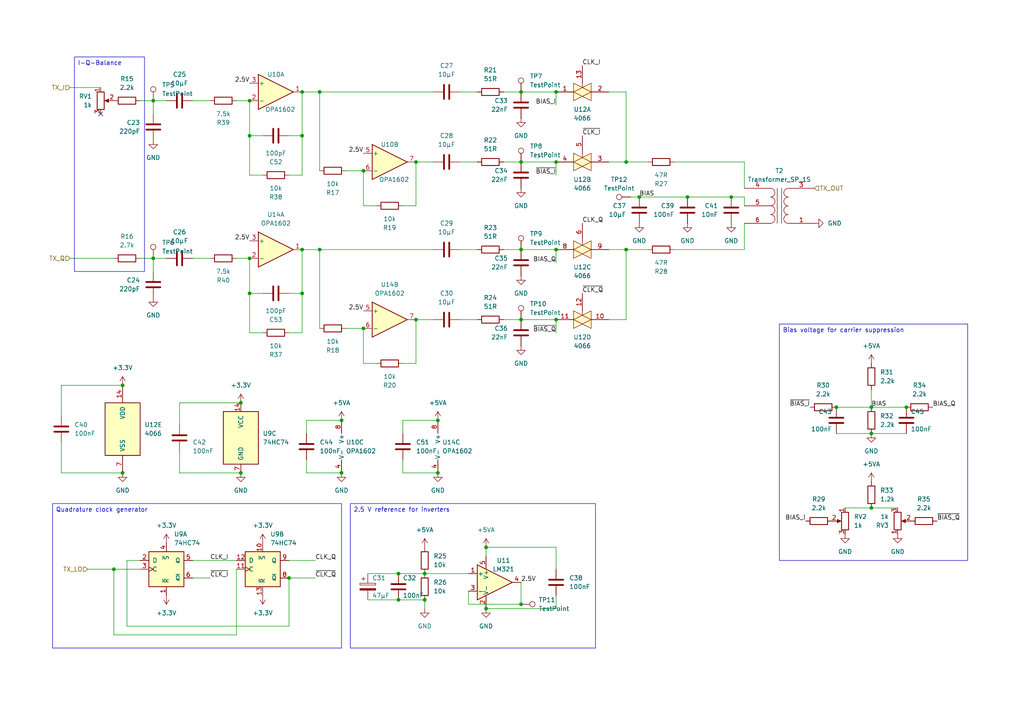
<source format=kicad_sch>
(kicad_sch (version 20231120) (generator "eeschema") (generator_version "8.0")
  (paper "A4")
  (lib_symbols
    (symbol "4xxx:4066" (pin_names (offset 1.016))
      (property "Reference" "U" (at -7.62 8.89 0))
      (property "Value" "4066" (at -7.62 -8.89 0))
      (symbol "4066_1_0"
        (polyline (pts (xy 0 1.27) (xy 0 2.54)) (stroke (width 0.1524)))
        (polyline (pts (xy -2.54 0) (xy 2.54 2.54) (xy 2.54 -2.54) (xy -2.54 0)) (fill (type background)))
        (polyline (pts (xy -2.54 2.54) (xy 2.54 0) (xy -2.54 -2.54) (xy -2.54 2.54)) (fill (type background)))
        (pin passive line (at -7.62 0 0) (length 5.08) (name "~") (number "1"))
        (pin input line (at 0 7.62 270) (length 5.08) (name "~") (number "13"))
        (pin passive line (at 7.62 0 180) (length 5.08) (name "~") (number "2"))
      )
      (symbol "4066_2_0"
        (polyline (pts (xy 0 1.27) (xy 0 2.54)) (stroke (width 0.1524)))
        (polyline (pts (xy -2.54 0) (xy 2.54 2.54) (xy 2.54 -2.54) (xy -2.54 0)) (fill (type background)))
        (polyline (pts (xy -2.54 2.54) (xy 2.54 0) (xy -2.54 -2.54) (xy -2.54 2.54)) (fill (type background)))
        (pin passive line (at 7.62 0 180) (length 5.08) (name "~") (number "3"))
        (pin passive line (at -7.62 0 0) (length 5.08) (name "~") (number "4"))
        (pin input line (at 0 7.62 270) (length 5.08) (name "~") (number "5"))
      )
      (symbol "4066_3_0"
        (polyline (pts (xy 0 1.27) (xy 0 2.54)) (stroke (width 0.1524)))
        (polyline (pts (xy -2.54 0) (xy 2.54 2.54) (xy 2.54 -2.54) (xy -2.54 0)) (fill (type background)))
        (polyline (pts (xy -2.54 2.54) (xy 2.54 0) (xy -2.54 -2.54) (xy -2.54 2.54)) (fill (type background)))
        (pin input line (at 0 7.62 270) (length 5.08) (name "~") (number "6"))
        (pin passive line (at -7.62 0 0) (length 5.08) (name "~") (number "8"))
        (pin passive line (at 7.62 0 180) (length 5.08) (name "~") (number "9"))
      )
      (symbol "4066_4_0"
        (polyline (pts (xy 0 1.27) (xy 0 2.54)) (stroke (width 0.1524)))
        (polyline (pts (xy -2.54 0) (xy 2.54 2.54) (xy 2.54 -2.54) (xy -2.54 0)) (fill (type background)))
        (polyline (pts (xy -2.54 2.54) (xy 2.54 0) (xy -2.54 -2.54) (xy -2.54 2.54)) (fill (type background)))
        (pin passive line (at 7.62 0 180) (length 5.08) (name "~") (number "10"))
        (pin passive line (at -7.62 0 0) (length 5.08) (name "~") (number "11"))
        (pin input line (at 0 7.62 270) (length 5.08) (name "~") (number "12"))
      )
      (symbol "4066_5_0"
        (pin power_in line (at 0 12.7 270) (length 5.08) (name "VDD") (number "14"))
        (pin power_in line (at 0 -12.7 90) (length 5.08) (name "VSS") (number "7"))
      )
      (symbol "4066_5_1"
        (rectangle (start -5.08 7.62) (end 5.08 -7.62) (stroke (width 0.254)) (fill (type background)))
      )
    )
    (symbol "74xx:74HC74" (pin_names (offset 1.016))
      (property "Reference" "U" (at -7.62 8.89 0))
      (property "Value" "74HC74" (at -7.62 -8.89 0))
      (symbol "74HC74_1_0"
        (pin input line (at 0 -7.62 90) (length 2.54) (name "~{R}") (number "1"))
        (pin input line (at -7.62 2.54 0) (length 2.54) (name "D") (number "2"))
        (pin input clock (at -7.62 0 0) (length 2.54) (name "C") (number "3"))
        (pin input line (at 0 7.62 270) (length 2.54) (name "~{S}") (number "4"))
        (pin output line (at 7.62 2.54 180) (length 2.54) (name "Q") (number "5"))
        (pin output line (at 7.62 -2.54 180) (length 2.54) (name "~{Q}") (number "6"))
      )
      (symbol "74HC74_1_1"
        (rectangle (start -5.08 5.08) (end 5.08 -5.08) (stroke (width 0.254)) (fill (type background)))
      )
      (symbol "74HC74_2_0"
        (pin input line (at 0 7.62 270) (length 2.54) (name "~{S}") (number "10"))
        (pin input clock (at -7.62 0 0) (length 2.54) (name "C") (number "11"))
        (pin input line (at -7.62 2.54 0) (length 2.54) (name "D") (number "12"))
        (pin input line (at 0 -7.62 90) (length 2.54) (name "~{R}") (number "13"))
        (pin output line (at 7.62 -2.54 180) (length 2.54) (name "~{Q}") (number "8"))
        (pin output line (at 7.62 2.54 180) (length 2.54) (name "Q") (number "9"))
      )
      (symbol "74HC74_2_1"
        (rectangle (start -5.08 5.08) (end 5.08 -5.08) (stroke (width 0.254)) (fill (type background)))
      )
      (symbol "74HC74_3_0"
        (pin power_in line (at 0 10.16 270) (length 2.54) (name "VCC") (number "14"))
        (pin power_in line (at 0 -10.16 90) (length 2.54) (name "GND") (number "7"))
      )
      (symbol "74HC74_3_1"
        (rectangle (start -5.08 7.62) (end 5.08 -7.62) (stroke (width 0.254)) (fill (type background)))
      )
    )
    (symbol "Amplifier_Operational:LM321" (pin_names (offset 0.127))
      (property "Reference" "U" (at 0 7.62 0))
      (property "Value" "LM321" (at 0 5.08 0))
      (symbol "LM321_0_1"
        (polyline (pts (xy -5.08 5.08) (xy 5.08 0) (xy -5.08 -5.08) (xy -5.08 5.08)) (stroke (width 0.254)) (fill (type background)))
      )
      (symbol "LM321_1_1"
        (pin input line (at -7.62 2.54 0) (length 2.54) (name "+") (number "1"))
        (pin power_in line (at -2.54 -7.62 90) (length 3.81) (name "V-") (number "2"))
        (pin input line (at -7.62 -2.54 0) (length 2.54) (name "-") (number "3"))
        (pin output line (at 7.62 0 180) (length 2.54) (name "~") (number "4"))
        (pin power_in line (at -2.54 7.62 270) (length 3.81) (name "V+") (number "5"))
      )
    )
    (symbol "Amplifier_Operational:OPA1602" (pin_names (offset 0.127))
      (property "Reference" "U" (at 0 5.08 0))
      (property "Value" "OPA1602" (at 0 -5.08 0))
      (symbol "OPA1602_1_1"
        (polyline (pts (xy -5.08 5.08) (xy 5.08 0) (xy -5.08 -5.08) (xy -5.08 5.08)) (stroke (width 0.254)) (fill (type background)))
        (pin output line (at 7.62 0 180) (length 2.54) (name "~") (number "1"))
        (pin input line (at -7.62 -2.54 0) (length 2.54) (name "-") (number "2"))
        (pin input line (at -7.62 2.54 0) (length 2.54) (name "+") (number "3"))
      )
      (symbol "OPA1602_2_1"
        (polyline (pts (xy -5.08 5.08) (xy 5.08 0) (xy -5.08 -5.08) (xy -5.08 5.08)) (stroke (width 0.254)) (fill (type background)))
        (pin input line (at -7.62 2.54 0) (length 2.54) (name "+") (number "5"))
        (pin input line (at -7.62 -2.54 0) (length 2.54) (name "-") (number "6"))
        (pin output line (at 7.62 0 180) (length 2.54) (name "~") (number "7"))
      )
      (symbol "OPA1602_3_1"
        (pin power_in line (at -2.54 -7.62 90) (length 3.81) (name "V-") (number "4"))
        (pin power_in line (at -2.54 7.62 270) (length 3.81) (name "V+") (number "8"))
      )
    )
    (symbol "Connector:TestPoint" (pin_numbers hide) (pin_names (offset 0.762) hide)
      (property "Reference" "TP" (at 0 6.858 0))
      (property "Value" "TestPoint" (at 0 5.08 0))
      (symbol "TestPoint_0_1"
        (circle (center 0 3.302) (radius 0.762))
      )
      (symbol "TestPoint_1_1"
        (pin passive line (at 0 0 90) (length 2.54) (name "1") (number "1"))
      )
    )
    (symbol "Device:C" (pin_numbers hide) (pin_names (offset 0.254))
      (property "Reference" "C" (at 0.635 2.54 0))
      (property "Value" "C" (at 0.635 -2.54 0))
      (symbol "C_0_1"
        (polyline (pts (xy -2.032 -0.762) (xy 2.032 -0.762)) (stroke (width 0.508)))
        (polyline (pts (xy -2.032 0.762) (xy 2.032 0.762)) (stroke (width 0.508)))
      )
      (symbol "C_1_1"
        (pin passive line (at 0 3.81 270) (length 2.794) (name "~") (number "1"))
        (pin passive line (at 0 -3.81 90) (length 2.794) (name "~") (number "2"))
      )
    )
    (symbol "Device:C_Polarized" (pin_numbers hide) (pin_names (offset 0.254))
      (property "Reference" "C" (at 0.635 2.54 0))
      (property "Value" "C_Polarized" (at 0.635 -2.54 0))
      (symbol "C_Polarized_0_1"
        (rectangle (start -2.286 0.508) (end 2.286 1.016))
        (polyline (pts (xy -1.778 2.286) (xy -0.762 2.286)))
        (polyline (pts (xy -1.27 2.794) (xy -1.27 1.778)))
        (rectangle (start 2.286 -0.508) (end -2.286 -1.016) (fill (type outline)))
      )
      (symbol "C_Polarized_1_1"
        (pin passive line (at 0 3.81 270) (length 2.794) (name "~") (number "1"))
        (pin passive line (at 0 -3.81 90) (length 2.794) (name "~") (number "2"))
      )
    )
    (symbol "Device:R" (pin_numbers hide) (pin_names (offset 0))
      (property "Reference" "R" (at 2.032 0 90))
      (property "Value" "R" (at 0 0 90))
      (symbol "R_0_1"
        (rectangle (start -1.016 -2.54) (end 1.016 2.54) (stroke (width 0.254)))
      )
      (symbol "R_1_1"
        (pin passive line (at 0 3.81 270) (length 1.27) (name "~") (number "1"))
        (pin passive line (at 0 -3.81 90) (length 1.27) (name "~") (number "2"))
      )
    )
    (symbol "Device:R_Potentiometer" (pin_names (offset 1.016) hide)
      (property "Reference" "RV" (at -4.445 0 90))
      (property "Value" "R_Potentiometer" (at -2.54 0 90))
      (symbol "R_Potentiometer_0_1"
        (polyline (pts (xy 2.54 0) (xy 1.524 0)))
        (polyline (pts (xy 1.143 0) (xy 2.286 0.508) (xy 2.286 -0.508) (xy 1.143 0)) (fill (type outline)))
        (rectangle (start 1.016 2.54) (end -1.016 -2.54) (stroke (width 0.254)))
      )
      (symbol "R_Potentiometer_1_1"
        (pin passive line (at 0 3.81 270) (length 1.27) (name "1") (number "1"))
        (pin passive line (at 3.81 0 180) (length 1.27) (name "2") (number "2"))
        (pin passive line (at 0 -3.81 90) (length 1.27) (name "3") (number "3"))
      )
    )
    (symbol "pico-sdx:Transformer_ADT1-6T+" (pin_names (offset 1.016) hide)
      (property "Reference" "T1" (at 0.0127 10.16 0))
      (property "Value" "ADT1-6T+" (at 0.0127 7.62 0))
      (symbol "Transformer_ADT1-6T+_0_1"
        (arc (start -2.54 -5.0546) (mid -1.6599 -4.6901) (end -1.27 -3.81))
        (arc (start -2.54 -2.5146) (mid -1.6599 -2.1501) (end -1.27 -1.27))
        (arc (start -2.54 0.0254) (mid -1.6599 0.3899) (end -1.27 1.27))
        (arc (start -2.54 2.5654) (mid -1.6599 2.9299) (end -1.27 3.81))
        (arc (start -1.27 -3.81) (mid -1.642 -2.912) (end -2.54 -2.54))
        (arc (start -1.27 -1.27) (mid -1.642 -0.372) (end -2.54 0))
        (arc (start -1.27 1.27) (mid -1.642 2.168) (end -2.54 2.54))
        (arc (start -1.27 3.81) (mid -1.642 4.708) (end -2.54 5.08))
        (polyline (pts (xy -0.635 5.08) (xy -0.635 -5.08)))
        (polyline (pts (xy 0.635 -5.08) (xy 0.635 5.08)))
        (arc (start 1.2954 -1.27) (mid 1.6599 -2.1501) (end 2.54 -2.5146))
        (arc (start 1.2954 1.27) (mid 1.6599 0.3899) (end 2.54 0.0254))
        (arc (start 1.2954 3.81) (mid 1.6599 2.9299) (end 2.54 2.5654))
        (arc (start 1.3208 -3.81) (mid 1.6853 -4.6901) (end 2.5654 -5.0546))
        (arc (start 2.54 0) (mid 1.642 -0.372) (end 1.2954 -1.27))
        (arc (start 2.54 2.54) (mid 1.642 2.168) (end 1.2954 1.27))
        (arc (start 2.54 5.08) (mid 1.642 4.708) (end 1.2954 3.81))
        (arc (start 2.5654 -2.54) (mid 1.6674 -2.912) (end 1.3208 -3.81))
      )
      (symbol "Transformer_ADT1-6T+_1_1"
        (pin passive line (at -10.16 5.08 0) (length 7.62) (name "Primary") (number "1"))
        (pin no_connect line (at -10.16 0 0) (length 7.62) hide (name "Not_used") (number "2"))
        (pin passive line (at -10.16 -5.08 0) (length 7.62) (name "Primary_dot") (number "3"))
        (pin passive line (at 10.16 -5.08 180) (length 7.62) (name "Secondary_dot") (number "4"))
        (pin passive line (at 10.16 0 180) (length 7.62) (name "Secondary_CT") (number "5"))
        (pin passive line (at 10.16 5.08 180) (length 7.62) (name "Secondary_dot") (number "6"))
      )
    )
    (symbol "power:+3.3V" (power) (pin_numbers hide) (pin_names (offset 0) hide)
      (property "Value" "+3.3V" (at 0 3.556 0))
      (symbol "+3.3V_0_1"
        (polyline (pts (xy -0.762 1.27) (xy 0 2.54)))
        (polyline (pts (xy 0 0) (xy 0 2.54)))
        (polyline (pts (xy 0 2.54) (xy 0.762 1.27)))
      )
      (symbol "+3.3V_1_1"
        (pin power_in line (at 0 0 90) (length 0) (name "~") (number "1"))
      )
    )
    (symbol "power:+5VA" (power) (pin_numbers hide) (pin_names (offset 0) hide)
      (property "Value" "+5VA" (at 0 3.556 0))
      (symbol "+5VA_0_1"
        (polyline (pts (xy -0.762 1.27) (xy 0 2.54)))
        (polyline (pts (xy 0 0) (xy 0 2.54)))
        (polyline (pts (xy 0 2.54) (xy 0.762 1.27)))
      )
      (symbol "+5VA_1_1"
        (pin power_in line (at 0 0 90) (length 0) (name "~") (number "1"))
      )
    )
    (symbol "power:GND" (power) (pin_numbers hide) (pin_names (offset 0) hide)
      (property "Value" "GND" (at 0 -3.81 0))
      (symbol "GND_0_1"
        (polyline (pts (xy 0 0) (xy 0 -1.27) (xy 1.27 -1.27) (xy 0 -2.54) (xy -1.27 -1.27) (xy 0 -1.27)))
      )
      (symbol "GND_1_1"
        (pin power_in line (at 0 0 270) (length 0) (name "~") (number "1"))
      )
    )
  )
  (junction (at 151.13 72.39))
  (junction (at 83.82 167.64))
  (junction (at 92.71 72.39))
  (junction (at 35.56 137.16))
  (junction (at 72.39 39.37))
  (junction (at 212.09 57.15))
  (junction (at 199.39 57.15))
  (junction (at 161.29 72.39))
  (junction (at 87.63 85.09))
  (junction (at 44.45 74.93))
  (junction (at 115.57 166.37))
  (junction (at 123.19 166.37))
  (junction (at 44.45 29.21))
  (junction (at 87.63 72.39))
  (junction (at 161.29 26.67))
  (junction (at 181.61 72.39))
  (junction (at 242.57 118.11))
  (junction (at 120.65 46.99))
  (junction (at 151.13 92.71))
  (junction (at 72.39 29.21))
  (junction (at 120.65 92.71))
  (junction (at 127 137.16))
  (junction (at 127 121.92))
  (junction (at 252.73 147.32))
  (junction (at 161.29 46.99))
  (junction (at 252.73 118.11))
  (junction (at 87.63 26.67))
  (junction (at 161.29 92.71))
  (junction (at 262.89 118.11))
  (junction (at 140.97 158.75))
  (junction (at 181.61 46.99))
  (junction (at 115.57 173.99))
  (junction (at 35.56 111.76))
  (junction (at 72.39 85.09))
  (junction (at 72.39 74.93))
  (junction (at 69.85 137.16))
  (junction (at 123.19 173.99))
  (junction (at 87.63 39.37))
  (junction (at 105.41 95.25))
  (junction (at 99.06 137.16))
  (junction (at 33.02 165.1))
  (junction (at 140.97 176.53))
  (junction (at 185.42 57.15))
  (junction (at 92.71 26.67))
  (junction (at 69.85 116.84))
  (junction (at 151.13 46.99))
  (junction (at 151.13 26.67))
  (junction (at 252.73 125.73))
  (junction (at 105.41 49.53))
  (junction (at 151.13 175.26))
  (junction (at 99.06 121.92))
  (no_connect (at 29.21 33.02))
  (wire (pts (xy 123.19 176.53) (xy 123.19 173.99)))
  (wire (pts (xy 146.05 72.39) (xy 151.13 72.39)))
  (wire (pts (xy 17.78 137.16) (xy 35.56 137.16)))
  (wire (pts (xy 199.39 57.15) (xy 212.09 57.15)))
  (wire (pts (xy 68.58 184.15) (xy 68.58 165.1)))
  (wire (pts (xy 36.83 181.61) (xy 36.83 162.56)))
  (wire (pts (xy 252.73 118.11) (xy 262.89 118.11)))
  (wire (pts (xy 161.29 158.75) (xy 140.97 158.75)))
  (wire (pts (xy 72.39 74.93) (xy 72.39 85.09)))
  (wire (pts (xy 161.29 46.99) (xy 161.29 50.8)))
  (wire (pts (xy 33.02 165.1) (xy 40.64 165.1)))
  (wire (pts (xy 29.21 25.4) (xy 20.32 25.4)))
  (wire (pts (xy 146.05 26.67) (xy 151.13 26.67)))
  (wire (pts (xy 146.05 92.71) (xy 151.13 92.71)))
  (wire (pts (xy 88.9 121.92) (xy 99.06 121.92)))
  (wire (pts (xy 252.73 118.11) (xy 242.57 118.11)))
  (wire (pts (xy 88.9 133.35) (xy 88.9 137.16)))
  (wire (pts (xy 83.82 181.61) (xy 36.83 181.61)))
  (wire (pts (xy 83.82 39.37) (xy 87.63 39.37)))
  (wire (pts (xy 52.07 130.81) (xy 52.07 137.16)))
  (wire (pts (xy 87.63 50.8) (xy 87.63 39.37)))
  (wire (pts (xy 151.13 26.67) (xy 161.29 26.67)))
  (wire (pts (xy 17.78 111.76) (xy 35.56 111.76)))
  (wire (pts (xy 125.73 92.71) (xy 120.65 92.71)))
  (wire (pts (xy 187.96 46.99) (xy 181.61 46.99)))
  (wire (pts (xy 146.05 46.99) (xy 151.13 46.99)))
  (wire (pts (xy 115.57 166.37) (xy 123.19 166.37)))
  (wire (pts (xy 76.2 39.37) (xy 72.39 39.37)))
  (wire (pts (xy 135.89 175.26) (xy 151.13 175.26)))
  (wire (pts (xy 181.61 46.99) (xy 176.53 46.99)))
  (wire (pts (xy 195.58 72.39) (xy 215.9 72.39)))
  (wire (pts (xy 92.71 72.39) (xy 92.71 95.25)))
  (wire (pts (xy 76.2 50.8) (xy 72.39 50.8)))
  (wire (pts (xy 106.68 166.37) (xy 115.57 166.37)))
  (wire (pts (xy 116.84 133.35) (xy 116.84 137.16)))
  (wire (pts (xy 140.97 158.75) (xy 140.97 161.29)))
  (wire (pts (xy 182.88 57.15) (xy 185.42 57.15)))
  (wire (pts (xy 115.57 173.99) (xy 123.19 173.99)))
  (wire (pts (xy 52.07 116.84) (xy 69.85 116.84)))
  (wire (pts (xy 55.88 162.56) (xy 68.58 162.56)))
  (wire (pts (xy 100.33 95.25) (xy 105.41 95.25)))
  (wire (pts (xy 76.2 85.09) (xy 72.39 85.09)))
  (wire (pts (xy 83.82 96.52) (xy 87.63 96.52)))
  (wire (pts (xy 92.71 26.67) (xy 92.71 49.53)))
  (wire (pts (xy 176.53 26.67) (xy 181.61 26.67)))
  (wire (pts (xy 151.13 175.26) (xy 151.13 168.91)))
  (wire (pts (xy 106.68 173.99) (xy 115.57 173.99)))
  (wire (pts (xy 245.11 147.32) (xy 252.73 147.32)))
  (wire (pts (xy 55.88 29.21) (xy 60.96 29.21)))
  (wire (pts (xy 68.58 29.21) (xy 72.39 29.21)))
  (wire (pts (xy 88.9 137.16) (xy 99.06 137.16)))
  (wire (pts (xy 212.09 57.15) (xy 215.9 57.15)))
  (wire (pts (xy 40.64 29.21) (xy 44.45 29.21)))
  (wire (pts (xy 76.2 96.52) (xy 72.39 96.52)))
  (wire (pts (xy 215.9 46.99) (xy 215.9 54.61)))
  (wire (pts (xy 161.29 165.1) (xy 161.29 158.75)))
  (wire (pts (xy 68.58 74.93) (xy 72.39 74.93)))
  (wire (pts (xy 181.61 72.39) (xy 181.61 92.71)))
  (wire (pts (xy 161.29 172.72) (xy 161.29 176.53)))
  (wire (pts (xy 181.61 92.71) (xy 176.53 92.71)))
  (wire (pts (xy 105.41 59.69) (xy 105.41 49.53)))
  (wire (pts (xy 87.63 26.67) (xy 92.71 26.67)))
  (wire (pts (xy 123.19 166.37) (xy 135.89 166.37)))
  (wire (pts (xy 138.43 92.71) (xy 133.35 92.71)))
  (wire (pts (xy 116.84 59.69) (xy 120.65 59.69)))
  (wire (pts (xy 161.29 26.67) (xy 161.29 30.48)))
  (wire (pts (xy 195.58 46.99) (xy 215.9 46.99)))
  (wire (pts (xy 116.84 105.41) (xy 120.65 105.41)))
  (wire (pts (xy 105.41 105.41) (xy 105.41 95.25)))
  (wire (pts (xy 161.29 72.39) (xy 161.29 76.2)))
  (wire (pts (xy 120.65 105.41) (xy 120.65 92.71)))
  (wire (pts (xy 88.9 125.73) (xy 88.9 121.92)))
  (wire (pts (xy 87.63 96.52) (xy 87.63 85.09)))
  (wire (pts (xy 83.82 167.64) (xy 91.44 167.64)))
  (wire (pts (xy 252.73 125.73) (xy 262.89 125.73)))
  (wire (pts (xy 72.39 96.52) (xy 72.39 85.09)))
  (wire (pts (xy 40.64 74.93) (xy 44.45 74.93)))
  (wire (pts (xy 83.82 50.8) (xy 87.63 50.8)))
  (wire (pts (xy 120.65 59.69) (xy 120.65 46.99)))
  (wire (pts (xy 109.22 59.69) (xy 105.41 59.69)))
  (wire (pts (xy 44.45 78.74) (xy 44.45 74.93)))
  (wire (pts (xy 87.63 26.67) (xy 87.63 39.37)))
  (wire (pts (xy 116.84 121.92) (xy 127 121.92)))
  (wire (pts (xy 52.07 137.16) (xy 69.85 137.16)))
  (wire (pts (xy 176.53 72.39) (xy 181.61 72.39)))
  (wire (pts (xy 55.88 74.93) (xy 60.96 74.93)))
  (wire (pts (xy 116.84 137.16) (xy 127 137.16)))
  (wire (pts (xy 151.13 92.71) (xy 161.29 92.71)))
  (wire (pts (xy 151.13 72.39) (xy 161.29 72.39)))
  (wire (pts (xy 125.73 46.99) (xy 120.65 46.99)))
  (wire (pts (xy 83.82 162.56) (xy 91.44 162.56)))
  (wire (pts (xy 252.73 125.73) (xy 242.57 125.73)))
  (wire (pts (xy 161.29 92.71) (xy 161.29 96.52)))
  (wire (pts (xy 87.63 72.39) (xy 87.63 85.09)))
  (wire (pts (xy 140.97 176.53) (xy 161.29 176.53)))
  (wire (pts (xy 138.43 46.99) (xy 133.35 46.99)))
  (wire (pts (xy 72.39 29.21) (xy 72.39 39.37)))
  (wire (pts (xy 83.82 85.09) (xy 87.63 85.09)))
  (wire (pts (xy 17.78 111.76) (xy 17.78 120.65)))
  (wire (pts (xy 109.22 105.41) (xy 105.41 105.41)))
  (wire (pts (xy 138.43 72.39) (xy 133.35 72.39)))
  (wire (pts (xy 44.45 33.02) (xy 44.45 29.21)))
  (wire (pts (xy 17.78 128.27) (xy 17.78 137.16)))
  (wire (pts (xy 138.43 26.67) (xy 133.35 26.67)))
  (wire (pts (xy 125.73 72.39) (xy 92.71 72.39)))
  (wire (pts (xy 33.02 184.15) (xy 68.58 184.15)))
  (wire (pts (xy 125.73 26.67) (xy 92.71 26.67)))
  (wire (pts (xy 33.02 165.1) (xy 33.02 184.15)))
  (wire (pts (xy 48.26 29.21) (xy 44.45 29.21)))
  (wire (pts (xy 52.07 116.84) (xy 52.07 123.19)))
  (wire (pts (xy 215.9 72.39) (xy 215.9 64.77)))
  (wire (pts (xy 215.9 57.15) (xy 215.9 59.69)))
  (wire (pts (xy 55.88 167.64) (xy 60.96 167.64)))
  (wire (pts (xy 260.35 147.32) (xy 252.73 147.32)))
  (wire (pts (xy 135.89 171.45) (xy 135.89 175.26)))
  (wire (pts (xy 72.39 50.8) (xy 72.39 39.37)))
  (wire (pts (xy 25.4 165.1) (xy 33.02 165.1)))
  (wire (pts (xy 44.45 74.93) (xy 48.26 74.93)))
  (wire (pts (xy 151.13 46.99) (xy 161.29 46.99)))
  (wire (pts (xy 83.82 167.64) (xy 83.82 181.61)))
  (wire (pts (xy 33.02 74.93) (xy 20.32 74.93)))
  (wire (pts (xy 252.73 113.03) (xy 252.73 118.11)))
  (wire (pts (xy 36.83 162.56) (xy 40.64 162.56)))
  (wire (pts (xy 87.63 72.39) (xy 92.71 72.39)))
  (wire (pts (xy 181.61 26.67) (xy 181.61 46.99)))
  (wire (pts (xy 100.33 49.53) (xy 105.41 49.53)))
  (wire (pts (xy 116.84 125.73) (xy 116.84 121.92)))
  (wire (pts (xy 185.42 57.15) (xy 199.39 57.15)))
  (wire (pts (xy 187.96 72.39) (xy 181.61 72.39)))
  (text_box "I-Q-Balance" (at 21.59 16.51 0) (size 20.32 62.23) (effects (font (size 1.27 1.27)) (justify left top)))
  (text_box "Quadrature clock generator" (at 15.24 146.05 0) (size 83.82 41.91) (effects (font (size 1.27 1.27)) (justify left top)))
  (text_box "2.5 V reference for inverters" (at 101.6 146.05 0) (size 71.12 41.91) (effects (font (size 1.27 1.27)) (justify left top)))
  (text_box "Bias voltage for carrier suppression" (at 226.06 93.98 0) (size 54.61 68.58) (effects (font (size 1.27 1.27)) (justify left top)))
  (label "BIAS_I" (at 161.29 30.48 180))
  (label "~{CLK_Q}" (at 168.91 85.09 0))
  (label "2.5V" (at 105.41 44.45 180))
  (label "CLK_Q" (at 168.91 64.77 0))
  (label "BIAS" (at 252.73 118.11 0))
  (label "~{BIAS_Q}" (at 161.29 96.52 180))
  (label "2.5V" (at 105.41 90.17 180))
  (label "~{BIAS_I}" (at 161.29 50.8 180))
  (label "~{CLK_I}" (at 168.91 39.37 0))
  (label "2.5V" (at 72.39 24.13 180))
  (label "2.5V" (at 72.39 69.85 180))
  (label "~{BIAS_Q}" (at 271.78 151.13 0))
  (label "~{BIAS_I}" (at 234.95 118.11 180))
  (label "2.5V" (at 151.13 168.91 0))
  (label "CLK_I" (at 60.96 162.56 0))
  (label "BIAS_Q" (at 161.29 76.2 180))
  (label "~{CLK_Q}" (at 91.44 167.64 0))
  (label "CLK_I" (at 168.91 19.05 0))
  (label "BIAS_I" (at 233.68 151.13 180))
  (label "~{CLK_I}" (at 60.96 167.64 0))
  (label "CLK_Q" (at 91.44 162.56 0))
  (label "BIAS" (at 185.42 57.15 0))
  (label "BIAS_Q" (at 270.51 118.11 0))
  (hierarchical_label "TX_I" (shape input) (at 20.32 25.4 180))
  (hierarchical_label "TX_LO" (shape input) (at 25.4 165.1 180))
  (hierarchical_label "TX_Q" (shape input) (at 20.32 74.93 180))
  (hierarchical_label "TX_OUT" (shape input) (at 236.22 54.61 0))
  (symbol (lib_id "Connector:TestPoint") (at 44.45 29.21 0) (unit 1)
    (property "Reference" "TP5" (at 46.99 24.6379 0) (effects (justify left)))
    (property "Value" "TestPoint" (at 46.99 27.1779 0) (effects (justify left)))
    (property "Footprint" "TestPoint:TestPoint_Loop_D1.80mm_Drill1.0mm_Beaded" (effects (hide yes)))
    (property "Description" "test point" (effects (hide yes)))
  )
  (symbol (lib_id "Device:C") (at 88.9 129.54 0) (unit 1)
    (property "Reference" "C44" (at 92.71 128.27 0) (effects (justify left)))
    (property "Value" "100nF" (at 92.71 130.81 0) (effects (justify left)))
    (property "Footprint" "Capacitor_SMD:C_0603_1608Metric" (effects (hide yes)))
    (property "Description" "Unpolarized capacitor" (effects (hide yes)))
  )
  (symbol (lib_id "Connector:TestPoint") (at 151.13 92.71 0) (unit 1)
    (property "Reference" "TP10" (at 153.67 88.1379 0) (effects (justify left)))
    (property "Value" "TestPoint" (at 153.67 90.6779 0) (effects (justify left)))
    (property "Footprint" "TestPoint:TestPoint_Loop_D1.80mm_Drill1.0mm_Beaded" (effects (hide yes)))
    (property "Description" "test point" (effects (hide yes)))
  )
  (symbol (lib_id "power:+5VA") (at 99.06 121.92 0) (unit 1)
    (property "Reference" "#PWR077" (effects (hide yes)))
    (property "Value" "+5VA" (at 99.06 116.84 0))
    (property "Description" "Power symbol creates a global label with name \"+5VA\"" (effects (hide yes)))
  )
  (symbol (lib_id "Device:R") (at 252.73 109.22 0) (unit 1)
    (property "Reference" "R31" (at 255.27 107.95 0) (effects (justify left)))
    (property "Value" "2.2k" (at 255.27 110.49 0) (effects (justify left)))
    (property "Footprint" "Resistor_SMD:R_0603_1608Metric" (effects (hide yes)))
    (property "Description" "Resistor" (effects (hide yes)))
  )
  (symbol (lib_id "Device:R") (at 266.7 118.11 90) (unit 1)
    (property "Reference" "R34" (at 266.7 111.76 90))
    (property "Value" "2.2k" (at 266.7 114.3 90))
    (property "Footprint" "Resistor_SMD:R_0603_1608Metric" (effects (hide yes)))
    (property "Description" "Resistor" (effects (hide yes)))
  )
  (symbol (lib_id "power:GND") (at 260.35 154.94 0) (unit 1)
    (property "Reference" "#PWR076" (effects (hide yes)))
    (property "Value" "GND" (at 260.35 160.02 0))
    (property "Description" "Power symbol creates a global label with name \"GND\" , ground" (effects (hide yes)))
  )
  (symbol (lib_id "power:+5VA") (at 123.19 158.75 0) (unit 1)
    (property "Reference" "#PWR056" (effects (hide yes)))
    (property "Value" "+5VA" (at 123.19 153.67 0))
    (property "Description" "Power symbol creates a global label with name \"+5VA\"" (effects (hide yes)))
  )
  (symbol (lib_id "Device:R") (at 123.19 170.18 0) (unit 1)
    (property "Reference" "R26" (at 125.73 168.91 0) (effects (justify left)))
    (property "Value" "10k" (at 125.73 171.45 0) (effects (justify left)))
    (property "Footprint" "Resistor_SMD:R_0603_1608Metric" (effects (hide yes)))
    (property "Description" "Resistor" (effects (hide yes)))
  )
  (symbol (lib_id "Device:R") (at 252.73 143.51 0) (unit 1)
    (property "Reference" "R33" (at 255.27 142.24 0) (effects (justify left)))
    (property "Value" "1.2k" (at 255.27 144.78 0) (effects (justify left)))
    (property "Footprint" "Resistor_SMD:R_0603_1608Metric" (effects (hide yes)))
    (property "Description" "Resistor" (effects (hide yes)))
  )
  (symbol (lib_id "74xx:74HC74") (at 76.2 165.1 0) (unit 2)
    (property "Reference" "U9" (at 78.3941 154.94 0) (effects (justify left)))
    (property "Value" "74HC74" (at 78.3941 157.48 0) (effects (justify left)))
    (property "Footprint" "Package_SO:SOIC-14_3.9x8.7mm_P1.27mm" (effects (hide yes)))
    (property "Datasheet" "74xx/74hc_hct74.pdf" (effects (hide yes)))
    (property "Description" "Dual D Flip-flop, Set & Reset" (effects (hide yes)))
  )
  (symbol (lib_id "Device:R") (at 64.77 74.93 90) (unit 1)
    (property "Reference" "R40" (at 64.77 81.28 90))
    (property "Value" "7.5k" (at 64.77 78.74 90))
    (property "Footprint" "Resistor_SMD:R_0603_1608Metric" (effects (hide yes)))
    (property "Description" "Resistor" (effects (hide yes)))
  )
  (symbol (lib_id "power:GND") (at 44.45 86.36 0) (unit 1)
    (property "Reference" "#PWR053" (effects (hide yes)))
    (property "Value" "GND" (at 44.45 91.44 0))
    (property "Description" "Power symbol creates a global label with name \"GND\" , ground" (effects (hide yes)))
  )
  (symbol (lib_id "74xx:74HC74") (at 48.26 165.1 0) (unit 1)
    (property "Reference" "U9" (at 50.4541 154.94 0) (effects (justify left)))
    (property "Value" "74HC74" (at 50.4541 157.48 0) (effects (justify left)))
    (property "Footprint" "Package_SO:SOIC-14_3.9x8.7mm_P1.27mm" (effects (hide yes)))
    (property "Datasheet" "74xx/74hc_hct74.pdf" (effects (hide yes)))
    (property "Description" "Dual D Flip-flop, Set & Reset" (effects (hide yes)))
  )
  (symbol (lib_id "Device:C") (at 80.01 85.09 90) (mirror x) (unit 1)
    (property "Reference" "C53" (at 80.01 92.71 90))
    (property "Value" "100pF" (at 80.01 90.17 90))
    (property "Footprint" "Capacitor_SMD:C_1206_3216Metric" (effects (hide yes)))
    (property "Description" "Unpolarized capacitor" (effects (hide yes)))
  )
  (symbol (lib_id "power:+5VA") (at 252.73 139.7 0) (unit 1)
    (property "Reference" "#PWR075" (effects (hide yes)))
    (property "Value" "+5VA" (at 252.73 134.62 0))
    (property "Description" "Power symbol creates a global label with name \"+5VA\"" (effects (hide yes)))
  )
  (symbol (lib_id "Device:C") (at 129.54 46.99 90) (unit 1)
    (property "Reference" "C28" (at 129.54 39.37 90))
    (property "Value" "10µF" (at 129.54 41.91 90))
    (property "Footprint" "Capacitor_SMD:C_1206_3216Metric" (effects (hide yes)))
    (property "Description" "Unpolarized capacitor" (effects (hide yes)))
  )
  (symbol (lib_id "Device:C") (at 161.29 168.91 0) (unit 1)
    (property "Reference" "C38" (at 165.1 167.64 0) (effects (justify left)))
    (property "Value" "100nF" (at 165.1 170.18 0) (effects (justify left)))
    (property "Footprint" "Capacitor_SMD:C_0603_1608Metric" (effects (hide yes)))
    (property "Description" "Unpolarized capacitor" (effects (hide yes)))
  )
  (symbol (lib_id "4xxx:4066") (at 168.91 46.99 0) (unit 2)
    (property "Reference" "U12" (at 168.91 52.07 0))
    (property "Value" "4066" (at 168.91 54.61 0))
    (property "Footprint" "Package_SO:SOIC-14_3.9x8.7mm_P1.27mm" (effects (hide yes)))
    (property "Datasheet" "http://www.ti.com/lit/ds/symlink/cd4066b.pdf" (effects (hide yes)))
    (property "Description" "Quad Analog Switches" (effects (hide yes)))
  )
  (symbol (lib_id "Device:R_Potentiometer") (at 245.11 151.13 0) (mirror y) (unit 1)
    (property "Reference" "RV2" (at 247.65 149.86 0) (effects (justify right)))
    (property "Value" "1k" (at 247.65 152.4 0) (effects (justify right)))
    (property "Footprint" "Potentiometer_THT:Potentiometer_Piher_PT-10-H01_Horizontal" (effects (hide yes)))
    (property "Description" "Potentiometer" (effects (hide yes)))
  )
  (symbol (lib_id "Device:R") (at 142.24 72.39 90) (unit 1)
    (property "Reference" "R23" (at 142.24 66.04 90))
    (property "Value" "51R" (at 142.24 68.58 90))
    (property "Footprint" "Resistor_SMD:R_0603_1608Metric" (effects (hide yes)))
    (property "Description" "Resistor" (effects (hide yes)))
  )
  (symbol (lib_id "power:GND") (at 99.06 137.16 0) (unit 1)
    (property "Reference" "#PWR078" (effects (hide yes)))
    (property "Value" "GND" (at 99.06 142.24 0))
    (property "Description" "Power symbol creates a global label with name \"GND\" , ground" (effects (hide yes)))
  )
  (symbol (lib_id "Device:C") (at 185.42 60.96 0) (mirror y) (unit 1)
    (property "Reference" "C37" (at 181.61 59.69 0) (effects (justify left)))
    (property "Value" "10µF" (at 181.61 62.23 0) (effects (justify left)))
    (property "Footprint" "Capacitor_SMD:C_1206_3216Metric" (effects (hide yes)))
    (property "Description" "Unpolarized capacitor" (effects (hide yes)))
  )
  (symbol (lib_id "Device:R") (at 113.03 105.41 90) (unit 1)
    (property "Reference" "R20" (at 113.03 111.76 90))
    (property "Value" "10k" (at 113.03 109.22 90))
    (property "Footprint" "Resistor_SMD:R_0603_1608Metric" (effects (hide yes)))
    (property "Description" "Resistor" (effects (hide yes)))
  )
  (symbol (lib_id "4xxx:4066") (at 35.56 124.46 0) (unit 5)
    (property "Reference" "U12" (at 41.91 123.19 0) (effects (justify left)))
    (property "Value" "4066" (at 41.91 125.73 0) (effects (justify left)))
    (property "Footprint" "Package_SO:SOIC-14_3.9x8.7mm_P1.27mm" (effects (hide yes)))
    (property "Datasheet" "http://www.ti.com/lit/ds/symlink/cd4066b.pdf" (effects (hide yes)))
    (property "Description" "Quad Analog Switches" (effects (hide yes)))
  )
  (symbol (lib_id "Device:R") (at 142.24 26.67 90) (unit 1)
    (property "Reference" "R21" (at 142.24 20.32 90))
    (property "Value" "51R" (at 142.24 22.86 90))
    (property "Footprint" "Resistor_SMD:R_0603_1608Metric" (effects (hide yes)))
    (property "Description" "Resistor" (effects (hide yes)))
  )
  (symbol (lib_id "Device:C") (at 80.01 39.37 90) (mirror x) (unit 1)
    (property "Reference" "C52" (at 80.01 46.99 90))
    (property "Value" "100pF" (at 80.01 44.45 90))
    (property "Footprint" "Capacitor_SMD:C_1206_3216Metric" (effects (hide yes)))
    (property "Description" "Unpolarized capacitor" (effects (hide yes)))
  )
  (symbol (lib_id "power:GND") (at 151.13 80.01 0) (unit 1)
    (property "Reference" "#PWR060" (effects (hide yes)))
    (property "Value" "GND" (at 151.13 85.09 0))
    (property "Description" "Power symbol creates a global label with name \"GND\" , ground" (effects (hide yes)))
  )
  (symbol (lib_id "power:GND") (at 127 137.16 0) (unit 1)
    (property "Reference" "#PWR085" (effects (hide yes)))
    (property "Value" "GND" (at 127 142.24 0))
    (property "Description" "Power symbol creates a global label with name \"GND\" , ground" (effects (hide yes)))
  )
  (symbol (lib_id "Device:C") (at 129.54 92.71 90) (unit 1)
    (property "Reference" "C30" (at 129.54 85.09 90))
    (property "Value" "10µF" (at 129.54 87.63 90))
    (property "Footprint" "Capacitor_SMD:C_1206_3216Metric" (effects (hide yes)))
    (property "Description" "Unpolarized capacitor" (effects (hide yes)))
  )
  (symbol (lib_id "4xxx:4066") (at 168.91 26.67 0) (unit 1)
    (property "Reference" "U12" (at 168.91 31.75 0))
    (property "Value" "4066" (at 168.91 34.29 0))
    (property "Footprint" "Package_SO:SOIC-14_3.9x8.7mm_P1.27mm" (effects (hide yes)))
    (property "Datasheet" "http://www.ti.com/lit/ds/symlink/cd4066b.pdf" (effects (hide yes)))
    (property "Description" "Quad Analog Switches" (effects (hide yes)))
  )
  (symbol (lib_id "Device:C") (at 44.45 36.83 0) (mirror y) (unit 1)
    (property "Reference" "C23" (at 40.64 35.56 0) (effects (justify left)))
    (property "Value" "220pF" (at 40.64 38.1 0) (effects (justify left)))
    (property "Footprint" "Capacitor_SMD:C_0603_1608Metric" (effects (hide yes)))
    (property "Description" "Unpolarized capacitor" (effects (hide yes)))
  )
  (symbol (lib_id "power:GND") (at 123.19 176.53 0) (unit 1)
    (property "Reference" "#PWR057" (effects (hide yes)))
    (property "Value" "GND" (at 123.19 181.61 0))
    (property "Description" "Power symbol creates a global label with name \"GND\" , ground" (effects (hide yes)))
  )
  (symbol (lib_id "Device:C") (at 151.13 96.52 0) (mirror y) (unit 1)
    (property "Reference" "C36" (at 147.32 95.25 0) (effects (justify left)))
    (property "Value" "22nF" (at 147.32 97.79 0) (effects (justify left)))
    (property "Footprint" "Capacitor_SMD:C_0603_1608Metric" (effects (hide yes)))
    (property "Description" "Unpolarized capacitor" (effects (hide yes)))
  )
  (symbol (lib_id "Device:C") (at 199.39 60.96 0) (mirror y) (unit 1)
    (property "Reference" "C39" (at 195.58 59.69 0) (effects (justify left)))
    (property "Value" "100nF" (at 195.58 62.23 0) (effects (justify left)))
    (property "Footprint" "Capacitor_SMD:C_0603_1608Metric" (effects (hide yes)))
    (property "Description" "Unpolarized capacitor" (effects (hide yes)))
  )
  (symbol (lib_id "Connector:TestPoint") (at 151.13 26.67 0) (unit 1)
    (property "Reference" "TP7" (at 153.67 22.0979 0) (effects (justify left)))
    (property "Value" "TestPoint" (at 153.67 24.6379 0) (effects (justify left)))
    (property "Footprint" "TestPoint:TestPoint_Loop_D1.80mm_Drill1.0mm_Beaded" (effects (hide yes)))
    (property "Description" "test point" (effects (hide yes)))
  )
  (symbol (lib_id "Device:R") (at 96.52 49.53 90) (unit 1)
    (property "Reference" "R17" (at 96.52 55.88 90))
    (property "Value" "10k" (at 96.52 53.34 90))
    (property "Footprint" "Resistor_SMD:R_0603_1608Metric" (effects (hide yes)))
    (property "Description" "Resistor" (effects (hide yes)))
  )
  (symbol (lib_id "Device:C") (at 212.09 60.96 0) (mirror y) (unit 1)
    (property "Reference" "C41" (at 208.28 59.69 0) (effects (justify left)))
    (property "Value" "10nF" (at 208.28 62.23 0) (effects (justify left)))
    (property "Footprint" "Capacitor_SMD:C_0603_1608Metric" (effects (hide yes)))
    (property "Description" "Unpolarized capacitor" (effects (hide yes)))
  )
  (symbol (lib_id "power:+3.3V") (at 76.2 172.72 180) (unit 1)
    (property "Reference" "#PWR055" (effects (hide yes)))
    (property "Value" "+3.3V" (at 76.2 177.8 0))
    (property "Description" "Power symbol creates a global label with name \"+3.3V\"" (effects (hide yes)))
  )
  (symbol (lib_id "Device:C") (at 242.57 121.92 0) (mirror y) (unit 1)
    (property "Reference" "C43" (at 241.3 119.38 0) (effects (justify left)))
    (property "Value" "100nF" (at 241.3 124.46 0) (effects (justify left)))
    (property "Footprint" "Capacitor_SMD:C_0603_1608Metric" (effects (hide yes)))
    (property "Description" "Unpolarized capacitor" (effects (hide yes)))
  )
  (symbol (lib_id "power:GND") (at 151.13 34.29 0) (unit 1)
    (property "Reference" "#PWR058" (effects (hide yes)))
    (property "Value" "GND" (at 151.13 39.37 0))
    (property "Description" "Power symbol creates a global label with name \"GND\" , ground" (effects (hide yes)))
  )
  (symbol (lib_id "Device:R") (at 237.49 151.13 90) (unit 1)
    (property "Reference" "R29" (at 237.49 144.78 90))
    (property "Value" "2.2k" (at 237.49 147.32 90))
    (property "Footprint" "Resistor_SMD:R_0603_1608Metric" (effects (hide yes)))
    (property "Description" "Resistor" (effects (hide yes)))
  )
  (symbol (lib_id "Device:C") (at 44.45 82.55 0) (mirror y) (unit 1)
    (property "Reference" "C24" (at 40.64 81.28 0) (effects (justify left)))
    (property "Value" "220pF" (at 40.64 83.82 0) (effects (justify left)))
    (property "Footprint" "Capacitor_SMD:C_0603_1608Metric" (effects (hide yes)))
    (property "Description" "Unpolarized capacitor" (effects (hide yes)))
  )
  (symbol (lib_id "Device:R") (at 252.73 121.92 0) (unit 1)
    (property "Reference" "R32" (at 255.27 120.65 0) (effects (justify left)))
    (property "Value" "2.2k" (at 255.27 123.19 0) (effects (justify left)))
    (property "Footprint" "Resistor_SMD:R_0603_1608Metric" (effects (hide yes)))
    (property "Description" "Resistor" (effects (hide yes)))
  )
  (symbol (lib_id "Device:R") (at 191.77 72.39 90) (unit 1)
    (property "Reference" "R28" (at 191.77 78.74 90))
    (property "Value" "47R" (at 191.77 76.2 90))
    (property "Footprint" "Resistor_SMD:R_0603_1608Metric" (effects (hide yes)))
    (property "Description" "Resistor" (effects (hide yes)))
  )
  (symbol (lib_id "Device:C") (at 151.13 30.48 0) (mirror y) (unit 1)
    (property "Reference" "C33" (at 147.32 29.21 0) (effects (justify left)))
    (property "Value" "22nF" (at 147.32 31.75 0) (effects (justify left)))
    (property "Footprint" "Capacitor_SMD:C_0603_1608Metric" (effects (hide yes)))
    (property "Description" "Unpolarized capacitor" (effects (hide yes)))
  )
  (symbol (lib_id "Amplifier_Operational:OPA1602") (at 80.01 72.39 0) (unit 1)
    (property "Reference" "U14" (at 80.01 62.23 0))
    (property "Value" "OPA1602" (at 80.01 64.77 0))
    (property "Footprint" "Package_SO:SOIC-8_3.9x4.9mm_P1.27mm" (effects (hide yes)))
    (property "Datasheet" "http://www.ti.com/lit/ds/symlink/opa1604.pdf" (effects (hide yes)))
    (property "Description" "Dual SoundPlus High Performance, Bipolar-Input Audio Operational Amplifiers, SOIC-8/MSOP-8" (effects (hide yes)))
  )
  (symbol (lib_id "Device:C") (at 151.13 76.2 0) (mirror y) (unit 1)
    (property "Reference" "C35" (at 147.32 74.93 0) (effects (justify left)))
    (property "Value" "22nF" (at 147.32 77.47 0) (effects (justify left)))
    (property "Footprint" "Capacitor_SMD:C_0603_1608Metric" (effects (hide yes)))
    (property "Description" "Unpolarized capacitor" (effects (hide yes)))
  )
  (symbol (lib_id "power:GND") (at 44.45 40.64 0) (unit 1)
    (property "Reference" "#PWR052" (effects (hide yes)))
    (property "Value" "GND" (at 44.45 45.72 0))
    (property "Description" "Power symbol creates a global label with name \"GND\" , ground" (effects (hide yes)))
  )
  (symbol (lib_id "Amplifier_Operational:OPA1602") (at 101.6 129.54 0) (unit 3)
    (property "Reference" "U10" (at 100.33 128.27 0) (effects (justify left)))
    (property "Value" "OPA1602" (at 100.33 130.81 0) (effects (justify left)))
    (property "Footprint" "Package_SO:SOIC-8_3.9x4.9mm_P1.27mm" (effects (hide yes)))
    (property "Datasheet" "http://www.ti.com/lit/ds/symlink/opa1604.pdf" (effects (hide yes)))
    (property "Description" "Dual SoundPlus High Performance, Bipolar-Input Audio Operational Amplifiers, SOIC-8/MSOP-8" (effects (hide yes)))
  )
  (symbol (lib_id "Device:R") (at 267.97 151.13 90) (unit 1)
    (property "Reference" "R35" (at 267.97 144.78 90))
    (property "Value" "2.2k" (at 267.97 147.32 90))
    (property "Footprint" "Resistor_SMD:R_0603_1608Metric" (effects (hide yes)))
    (property "Description" "Resistor" (effects (hide yes)))
  )
  (symbol (lib_id "power:GND") (at 252.73 125.73 0) (unit 1)
    (property "Reference" "#PWR074" (effects (hide yes)))
    (property "Value" "GND" (at 252.73 130.81 0))
    (property "Description" "Power symbol creates a global label with name \"GND\" , ground" (effects (hide yes)))
  )
  (symbol (lib_id "Device:R") (at 113.03 59.69 90) (unit 1)
    (property "Reference" "R19" (at 113.03 66.04 90))
    (property "Value" "10k" (at 113.03 63.5 90))
    (property "Footprint" "Resistor_SMD:R_0603_1608Metric" (effects (hide yes)))
    (property "Description" "Resistor" (effects (hide yes)))
  )
  (symbol (lib_id "Connector:TestPoint") (at 151.13 46.99 0) (unit 1)
    (property "Reference" "TP8" (at 153.67 42.4179 0) (effects (justify left)))
    (property "Value" "TestPoint" (at 153.67 44.9579 0) (effects (justify left)))
    (property "Footprint" "TestPoint:TestPoint_Loop_D1.80mm_Drill1.0mm_Beaded" (effects (hide yes)))
    (property "Description" "test point" (effects (hide yes)))
  )
  (symbol (lib_id "Device:C") (at 52.07 74.93 90) (unit 1)
    (property "Reference" "C26" (at 52.07 67.31 90))
    (property "Value" "10µF" (at 52.07 69.85 90))
    (property "Footprint" "Capacitor_SMD:C_1206_3216Metric" (effects (hide yes)))
    (property "Description" "Unpolarized capacitor" (effects (hide yes)))
  )
  (symbol (lib_id "Amplifier_Operational:LM321") (at 143.51 168.91 0) (unit 1)
    (property "Reference" "U11" (at 146.05 162.56 0))
    (property "Value" "LM321" (at 146.05 165.1 0))
    (property "Footprint" "Package_TO_SOT_SMD:SOT-23-5" (effects (hide yes)))
    (property "Datasheet" "http://www.ti.com/lit/ds/symlink/lm321.pdf" (effects (hide yes)))
    (property "Description" "Low Power Single Operational Amplifier, SOT-23-5" (effects (hide yes)))
  )
  (symbol (lib_id "power:+3.3V") (at 69.85 116.84 0) (unit 1)
    (property "Reference" "#PWR070" (effects (hide yes)))
    (property "Value" "+3.3V" (at 69.85 111.76 0))
    (property "Description" "Power symbol creates a global label with name \"+3.3V\"" (effects (hide yes)))
  )
  (symbol (lib_id "Device:C") (at 151.13 50.8 0) (mirror y) (unit 1)
    (property "Reference" "C34" (at 147.32 49.53 0) (effects (justify left)))
    (property "Value" "22nF" (at 147.32 52.07 0) (effects (justify left)))
    (property "Footprint" "Capacitor_SMD:C_0603_1608Metric" (effects (hide yes)))
    (property "Description" "Unpolarized capacitor" (effects (hide yes)))
  )
  (symbol (lib_id "Connector:TestPoint") (at 151.13 72.39 0) (unit 1)
    (property "Reference" "TP9" (at 153.67 67.8179 0) (effects (justify left)))
    (property "Value" "TestPoint" (at 153.67 70.3579 0) (effects (justify left)))
    (property "Footprint" "TestPoint:TestPoint_Loop_D1.80mm_Drill1.0mm_Beaded" (effects (hide yes)))
    (property "Description" "test point" (effects (hide yes)))
  )
  (symbol (lib_id "Connector:TestPoint") (at 182.88 57.15 90) (unit 1)
    (property "Reference" "TP12" (at 179.578 52.07 90))
    (property "Value" "TestPoint" (at 179.578 54.61 90))
    (property "Footprint" "TestPoint:TestPoint_Loop_D1.80mm_Drill1.0mm_Beaded" (effects (hide yes)))
    (property "Description" "test point" (effects (hide yes)))
  )
  (symbol (lib_id "4xxx:4066") (at 168.91 92.71 0) (unit 4)
    (property "Reference" "U12" (at 168.91 97.79 0))
    (property "Value" "4066" (at 168.91 100.33 0))
    (property "Footprint" "Package_SO:SOIC-14_3.9x8.7mm_P1.27mm" (effects (hide yes)))
    (property "Datasheet" "http://www.ti.com/lit/ds/symlink/cd4066b.pdf" (effects (hide yes)))
    (property "Description" "Quad Analog Switches" (effects (hide yes)))
  )
  (symbol (lib_id "power:GND") (at 185.42 64.77 0) (unit 1)
    (property "Reference" "#PWR064" (effects (hide yes)))
    (property "Value" "GND" (at 185.42 69.85 0))
    (property "Description" "Power symbol creates a global label with name \"GND\" , ground" (effects (hide yes)))
  )
  (symbol (lib_id "74xx:74HC74") (at 69.85 127 0) (unit 3)
    (property "Reference" "U9" (at 76.2 125.73 0) (effects (justify left)))
    (property "Value" "74HC74" (at 76.2 128.27 0) (effects (justify left)))
    (property "Footprint" "Package_SO:SOIC-14_3.9x8.7mm_P1.27mm" (effects (hide yes)))
    (property "Datasheet" "74xx/74hc_hct74.pdf" (effects (hide yes)))
    (property "Description" "Dual D Flip-flop, Set & Reset" (effects (hide yes)))
  )
  (symbol (lib_id "Connector:TestPoint") (at 44.45 74.93 0) (unit 1)
    (property "Reference" "TP6" (at 46.99 70.3579 0) (effects (justify left)))
    (property "Value" "TestPoint" (at 46.99 72.8979 0) (effects (justify left)))
    (property "Footprint" "TestPoint:TestPoint_Loop_D1.80mm_Drill1.0mm_Beaded" (effects (hide yes)))
    (property "Description" "test point" (effects (hide yes)))
  )
  (symbol (lib_id "Device:C") (at 129.54 26.67 90) (unit 1)
    (property "Reference" "C27" (at 129.54 19.05 90))
    (property "Value" "10µF" (at 129.54 21.59 90))
    (property "Footprint" "Capacitor_SMD:C_1206_3216Metric" (effects (hide yes)))
    (property "Description" "Unpolarized capacitor" (effects (hide yes)))
  )
  (symbol (lib_id "power:+3.3V") (at 76.2 157.48 0) (unit 1)
    (property "Reference" "#PWR054" (effects (hide yes)))
    (property "Value" "+3.3V" (at 76.2 152.4 0))
    (property "Description" "Power symbol creates a global label with name \"+3.3V\"" (effects (hide yes)))
  )
  (symbol (lib_id "power:+5VA") (at 252.73 105.41 0) (unit 1)
    (property "Reference" "#PWR073" (effects (hide yes)))
    (property "Value" "+5VA" (at 252.73 100.33 0))
    (property "Description" "Power symbol creates a global label with name \"+5VA\"" (effects (hide yes)))
  )
  (symbol (lib_id "Amplifier_Operational:OPA1602") (at 129.54 129.54 0) (unit 3)
    (property "Reference" "U14" (at 128.27 128.2699 0) (effects (justify left)))
    (property "Value" "OPA1602" (at 128.27 130.8099 0) (effects (justify left)))
    (property "Footprint" "Package_SO:SOIC-8_3.9x4.9mm_P1.27mm" (effects (hide yes)))
    (property "Datasheet" "http://www.ti.com/lit/ds/symlink/opa1604.pdf" (effects (hide yes)))
    (property "Description" "Dual SoundPlus High Performance, Bipolar-Input Audio Operational Amplifiers, SOIC-8/MSOP-8" (effects (hide yes)))
  )
  (symbol (lib_id "power:GND") (at 151.13 100.33 0) (unit 1)
    (property "Reference" "#PWR061" (effects (hide yes)))
    (property "Value" "GND" (at 151.13 105.41 0))
    (property "Description" "Power symbol creates a global label with name \"GND\" , ground" (effects (hide yes)))
  )
  (symbol (lib_id "Device:C") (at 115.57 170.18 0) (unit 1)
    (property "Reference" "C32" (at 116.84 167.64 0) (effects (justify left)))
    (property "Value" "100nF" (at 116.84 172.72 0) (effects (justify left)))
    (property "Footprint" "Capacitor_SMD:C_0603_1608Metric" (effects (hide yes)))
    (property "Description" "Unpolarized capacitor" (effects (hide yes)))
  )
  (symbol (lib_id "power:GND") (at 245.11 154.94 0) (unit 1)
    (property "Reference" "#PWR072" (effects (hide yes)))
    (property "Value" "GND" (at 245.11 160.02 0))
    (property "Description" "Power symbol creates a global label with name \"GND\" , ground" (effects (hide yes)))
  )
  (symbol (lib_id "power:+5VA") (at 127 121.92 0) (unit 1)
    (property "Reference" "#PWR084" (effects (hide yes)))
    (property "Value" "+5VA" (at 127 116.84 0))
    (property "Description" "Power symbol creates a global label with name \"+5VA\"" (effects (hide yes)))
  )
  (symbol (lib_id "Device:R") (at 80.01 50.8 90) (unit 1)
    (property "Reference" "R38" (at 80.01 57.15 90))
    (property "Value" "10k" (at 80.01 54.61 90))
    (property "Footprint" "Resistor_SMD:R_0603_1608Metric" (effects (hide yes)))
    (property "Description" "Resistor" (effects (hide yes)))
  )
  (symbol (lib_id "power:GND") (at 69.85 137.16 0) (unit 1)
    (property "Reference" "#PWR071" (effects (hide yes)))
    (property "Value" "GND" (at 69.85 142.24 0))
    (property "Description" "Power symbol creates a global label with name \"GND\" , ground" (effects (hide yes)))
  )
  (symbol (lib_id "power:GND") (at 140.97 176.53 0) (unit 1)
    (property "Reference" "#PWR063" (effects (hide yes)))
    (property "Value" "GND" (at 140.97 181.61 0))
    (property "Description" "Power symbol creates a global label with name \"GND\" , ground" (effects (hide yes)))
  )
  (symbol (lib_id "Device:C_Polarized") (at 106.68 170.18 0) (unit 1)
    (property "Reference" "C31" (at 107.95 167.64 0) (effects (justify left)))
    (property "Value" "47µF" (at 107.95 172.72 0) (effects (justify left)))
    (property "Footprint" "Capacitor_THT:CP_Radial_D5.0mm_P2.00mm" (effects (hide yes)))
    (property "Description" "Polarized capacitor" (effects (hide yes)))
  )
  (symbol (lib_id "power:GND") (at 151.13 54.61 0) (unit 1)
    (property "Reference" "#PWR059" (effects (hide yes)))
    (property "Value" "GND" (at 151.13 59.69 0))
    (property "Description" "Power symbol creates a global label with name \"GND\" , ground" (effects (hide yes)))
  )
  (symbol (lib_id "Device:R") (at 191.77 46.99 90) (unit 1)
    (property "Reference" "R27" (at 191.77 53.34 90))
    (property "Value" "47R" (at 191.77 50.8 90))
    (property "Footprint" "Resistor_SMD:R_0603_1608Metric" (effects (hide yes)))
    (property "Description" "Resistor" (effects (hide yes)))
  )
  (symbol (lib_id "Device:C") (at 17.78 124.46 0) (unit 1)
    (property "Reference" "C40" (at 21.59 123.19 0) (effects (justify left)))
    (property "Value" "100nF" (at 21.59 125.73 0) (effects (justify left)))
    (property "Footprint" "Capacitor_SMD:C_0603_1608Metric" (effects (hide yes)))
    (property "Description" "Unpolarized capacitor" (effects (hide yes)))
  )
  (symbol (lib_id "Device:C") (at 52.07 127 0) (unit 1)
    (property "Reference" "C42" (at 55.88 128.27 0) (effects (justify left)))
    (property "Value" "100nF" (at 55.88 130.81 0) (effects (justify left)))
    (property "Footprint" "Capacitor_SMD:C_0603_1608Metric" (effects (hide yes)))
    (property "Description" "Unpolarized capacitor" (effects (hide yes)))
  )
  (symbol (lib_id "Device:R") (at 36.83 29.21 90) (unit 1)
    (property "Reference" "R15" (at 36.83 22.86 90))
    (property "Value" "2.2k" (at 36.83 25.4 90))
    (property "Footprint" "Resistor_SMD:R_0603_1608Metric" (effects (hide yes)))
    (property "Description" "Resistor" (effects (hide yes)))
  )
  (symbol (lib_id "Device:C") (at 116.84 129.54 0) (unit 1)
    (property "Reference" "C51" (at 120.65 128.27 0) (effects (justify left)))
    (property "Value" "100nF" (at 120.65 130.81 0) (effects (justify left)))
    (property "Footprint" "Capacitor_SMD:C_0603_1608Metric" (effects (hide yes)))
    (property "Description" "Unpolarized capacitor" (effects (hide yes)))
  )
  (symbol (lib_id "Device:C") (at 129.54 72.39 90) (unit 1)
    (property "Reference" "C29" (at 129.54 64.77 90))
    (property "Value" "10µF" (at 129.54 67.31 90))
    (property "Footprint" "Capacitor_SMD:C_1206_3216Metric" (effects (hide yes)))
    (property "Description" "Unpolarized capacitor" (effects (hide yes)))
  )
  (symbol (lib_id "Device:R") (at 142.24 92.71 90) (unit 1)
    (property "Reference" "R24" (at 142.24 86.36 90))
    (property "Value" "51R" (at 142.24 88.9 90))
    (property "Footprint" "Resistor_SMD:R_0603_1608Metric" (effects (hide yes)))
    (property "Description" "Resistor" (effects (hide yes)))
  )
  (symbol (lib_id "power:+3.3V") (at 48.26 172.72 180) (unit 1)
    (property "Reference" "#PWR051" (effects (hide yes)))
    (property "Value" "+3.3V" (at 48.26 177.8 0))
    (property "Description" "Power symbol creates a global label with name \"+3.3V\"" (effects (hide yes)))
  )
  (symbol (lib_id "Connector:TestPoint") (at 151.13 175.26 270) (unit 1)
    (property "Reference" "TP11" (at 156.21 173.9899 90) (effects (justify left)))
    (property "Value" "TestPoint" (at 156.21 176.5299 90) (effects (justify left)))
    (property "Footprint" "TestPoint:TestPoint_Loop_D1.80mm_Drill1.0mm_Beaded" (effects (hide yes)))
    (property "Description" "test point" (effects (hide yes)))
  )
  (symbol (lib_id "Device:C") (at 52.07 29.21 90) (unit 1)
    (property "Reference" "C25" (at 52.07 21.59 90))
    (property "Value" "10µF" (at 52.07 24.13 90))
    (property "Footprint" "Capacitor_SMD:C_1206_3216Metric" (effects (hide yes)))
    (property "Description" "Unpolarized capacitor" (effects (hide yes)))
  )
  (symbol (lib_id "power:GND") (at 236.22 64.77 90) (unit 1)
    (property "Reference" "#PWR069" (effects (hide yes)))
    (property "Value" "GND" (at 240.03 64.77 90) (effects (justify right)))
    (property "Description" "Power symbol creates a global label with name \"GND\" , ground" (effects (hide yes)))
  )
  (symbol (lib_id "Device:R") (at 80.01 96.52 90) (unit 1)
    (property "Reference" "R37" (at 80.01 102.87 90))
    (property "Value" "10k" (at 80.01 100.33 90))
    (property "Footprint" "Resistor_SMD:R_0603_1608Metric" (effects (hide yes)))
    (property "Description" "Resistor" (effects (hide yes)))
  )
  (symbol (lib_id "Device:R") (at 96.52 95.25 90) (unit 1)
    (property "Reference" "R18" (at 96.52 101.6 90))
    (property "Value" "10k" (at 96.52 99.06 90))
    (property "Footprint" "Resistor_SMD:R_0603_1608Metric" (effects (hide yes)))
    (property "Description" "Resistor" (effects (hide yes)))
  )
  (symbol (lib_id "4xxx:4066") (at 168.91 72.39 0) (unit 3)
    (property "Reference" "U12" (at 168.91 77.47 0))
    (property "Value" "4066" (at 168.91 80.01 0))
    (property "Footprint" "Package_SO:SOIC-14_3.9x8.7mm_P1.27mm" (effects (hide yes)))
    (property "Datasheet" "http://www.ti.com/lit/ds/symlink/cd4066b.pdf" (effects (hide yes)))
    (property "Description" "Quad Analog Switches" (effects (hide yes)))
  )
  (symbol (lib_id "Device:R") (at 238.76 118.11 90) (unit 1)
    (property "Reference" "R30" (at 238.76 111.76 90))
    (property "Value" "2.2k" (at 238.76 114.3 90))
    (property "Footprint" "Resistor_SMD:R_0603_1608Metric" (effects (hide yes)))
    (property "Description" "Resistor" (effects (hide yes)))
  )
  (symbol (lib_id "Amplifier_Operational:OPA1602") (at 80.01 26.67 0) (unit 1)
    (property "Reference" "U10" (at 80.01 21.59 0))
    (property "Value" "OPA1602" (at 81.28 31.75 0))
    (property "Footprint" "Package_SO:SOIC-8_3.9x4.9mm_P1.27mm" (effects (hide yes)))
    (property "Datasheet" "http://www.ti.com/lit/ds/symlink/opa1604.pdf" (effects (hide yes)))
    (property "Description" "Dual SoundPlus High Performance, Bipolar-Input Audio Operational Amplifiers, SOIC-8/MSOP-8" (effects (hide yes)))
  )
  (symbol (lib_id "Device:R_Potentiometer") (at 260.35 151.13 0) (mirror x) (unit 1)
    (property "Reference" "RV3" (at 257.81 152.4 0) (effects (justify right)))
    (property "Value" "1k" (at 257.81 149.86 0) (effects (justify right)))
    (property "Footprint" "Potentiometer_THT:Potentiometer_Piher_PT-10-H01_Horizontal" (effects (hide yes)))
    (property "Description" "Potentiometer" (effects (hide yes)))
  )
  (symbol (lib_id "Device:R") (at 142.24 46.99 90) (unit 1)
    (property "Reference" "R22" (at 142.24 40.64 90))
    (property "Value" "51R" (at 142.24 43.18 90))
    (property "Footprint" "Resistor_SMD:R_0603_1608Metric" (effects (hide yes)))
    (property "Description" "Resistor" (effects (hide yes)))
  )
  (symbol (lib_id "power:+5VA") (at 140.97 158.75 0) (unit 1)
    (property "Reference" "#PWR062" (effects (hide yes)))
    (property "Value" "+5VA" (at 140.97 153.67 0))
    (property "Description" "Power symbol creates a global label with name \"+5VA\"" (effects (hide yes)))
  )
  (symbol (lib_id "Device:R_Potentiometer") (at 29.21 29.21 0) (unit 1)
    (property "Reference" "RV1" (at 26.67 27.94 0) (effects (justify right)))
    (property "Value" "1k" (at 26.67 30.48 0) (effects (justify right)))
    (property "Footprint" "Potentiometer_THT:Potentiometer_Piher_PT-10-H01_Horizontal" (effects (hide yes)))
    (property "Description" "Potentiometer" (effects (hide yes)))
  )
  (symbol (lib_id "power:GND") (at 199.39 64.77 0) (unit 1)
    (property "Reference" "#PWR065" (effects (hide yes)))
    (property "Value" "GND" (at 199.39 69.85 0))
    (property "Description" "Power symbol creates a global label with name \"GND\" , ground" (effects (hide yes)))
  )
  (symbol (lib_id "Device:R") (at 64.77 29.21 90) (unit 1)
    (property "Reference" "R39" (at 64.77 35.56 90))
    (property "Value" "7.5k" (at 64.77 33.02 90))
    (property "Footprint" "Resistor_SMD:R_0603_1608Metric" (effects (hide yes)))
    (property "Description" "Resistor" (effects (hide yes)))
  )
  (symbol (lib_id "Device:R") (at 123.19 162.56 0) (unit 1)
    (property "Reference" "R25" (at 125.73 161.29 0) (effects (justify left)))
    (property "Value" "10k" (at 125.73 163.83 0) (effects (justify left)))
    (property "Footprint" "Resistor_SMD:R_0603_1608Metric" (effects (hide yes)))
    (property "Description" "Resistor" (effects (hide yes)))
  )
  (symbol (lib_id "Device:R") (at 36.83 74.93 90) (unit 1)
    (property "Reference" "R16" (at 36.83 68.58 90))
    (property "Value" "2.7k" (at 36.83 71.12 90))
    (property "Footprint" "Resistor_SMD:R_0603_1608Metric" (effects (hide yes)))
    (property "Description" "Resistor" (effects (hide yes)))
  )
  (symbol (lib_id "pico-sdx:Transformer_ADT1-6T+") (at 226.06 59.69 180) (unit 1)
    (property "Reference" "T2" (at 226.0473 49.53 0))
    (property "Value" "Transformer_SP_1S" (at 226.0473 52.07 0))
    (property "Footprint" "pico-sdx:Transformer_MiniCircuits_ADT1-6T+" (effects (hide yes)))
    (property "Description" "Transformer, single primary, split secondary" (effects (hide yes)))
  )
  (symbol (lib_id "Device:C") (at 262.89 121.92 0) (unit 1)
    (property "Reference" "C45" (at 264.16 119.38 0) (effects (justify left)))
    (property "Value" "100nF" (at 264.16 124.46 0) (effects (justify left)))
    (property "Footprint" "Capacitor_SMD:C_0603_1608Metric" (effects (hide yes)))
    (property "Description" "Unpolarized capacitor" (effects (hide yes)))
  )
  (symbol (lib_id "power:GND") (at 212.09 64.77 0) (unit 1)
    (property "Reference" "#PWR066" (effects (hide yes)))
    (property "Value" "GND" (at 212.09 69.85 0))
    (property "Description" "Power symbol creates a global label with name \"GND\" , ground" (effects (hide yes)))
  )
  (symbol (lib_id "Amplifier_Operational:OPA1602") (at 113.03 92.71 0) (unit 2)
    (property "Reference" "U14" (at 113.03 82.55 0))
    (property "Value" "OPA1602" (at 113.03 85.09 0))
    (property "Footprint" "Package_SO:SOIC-8_3.9x4.9mm_P1.27mm" (effects (hide yes)))
    (property "Datasheet" "http://www.ti.com/lit/ds/symlink/opa1604.pdf" (effects (hide yes)))
    (property "Description" "Dual SoundPlus High Performance, Bipolar-Input Audio Operational Amplifiers, SOIC-8/MSOP-8" (effects (hide yes)))
  )
  (symbol (lib_id "power:GND") (at 35.56 137.16 0) (unit 1)
    (property "Reference" "#PWR068" (effects (hide yes)))
    (property "Value" "GND" (at 35.56 142.24 0))
    (property "Description" "Power symbol creates a global label with name \"GND\" , ground" (effects (hide yes)))
  )
  (symbol (lib_id "power:+3.3V") (at 35.56 111.76 0) (unit 1)
    (property "Reference" "#PWR067" (effects (hide yes)))
    (property "Value" "+3.3V" (at 35.56 106.68 0))
    (property "Description" "Power symbol creates a global label with name \"+3.3V\"" (effects (hide yes)))
  )
  (symbol (lib_id "power:+3.3V") (at 48.26 157.48 0) (unit 1)
    (property "Reference" "#PWR050" (effects (hide yes)))
    (property "Value" "+3.3V" (at 48.26 152.4 0))
    (property "Description" "Power symbol creates a global label with name \"+3.3V\"" (effects (hide yes)))
  )
  (symbol (lib_id "Amplifier_Operational:OPA1602") (at 113.03 46.99 0) (unit 2)
    (property "Reference" "U10" (at 113.03 41.91 0))
    (property "Value" "OPA1602" (at 114.3 52.07 0))
    (property "Footprint" "Package_SO:SOIC-8_3.9x4.9mm_P1.27mm" (effects (hide yes)))
    (property "Datasheet" "http://www.ti.com/lit/ds/symlink/opa1604.pdf" (effects (hide yes)))
    (property "Description" "Dual SoundPlus High Performance, Bipolar-Input Audio Operational Amplifiers, SOIC-8/MSOP-8" (effects (hide yes)))
  )
)
</source>
